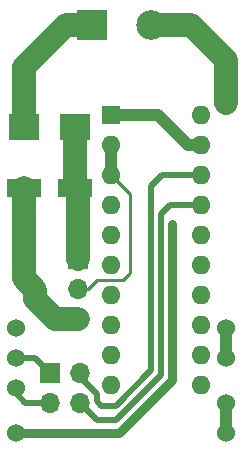
<source format=gtl>
G04 #@! TF.FileFunction,Copper,L1,Top,Signal*
%FSLAX46Y46*%
G04 Gerber Fmt 4.6, Leading zero omitted, Abs format (unit mm)*
G04 Created by KiCad (PCBNEW 4.0.6+dfsg1-1) date Thu Mar 15 12:52:20 2018*
%MOMM*%
%LPD*%
G01*
G04 APERTURE LIST*
%ADD10C,0.100000*%
%ADD11R,2.500000X2.300000*%
%ADD12R,1.700000X1.700000*%
%ADD13O,1.700000X1.700000*%
%ADD14R,2.500000X2.500000*%
%ADD15C,2.500000*%
%ADD16C,1.524000*%
%ADD17C,0.100000*%
%ADD18R,1.600000X1.600000*%
%ADD19O,1.600000X1.600000*%
%ADD20R,3.000000X1.600000*%
%ADD21C,0.600000*%
%ADD22C,2.000000*%
%ADD23C,0.500000*%
%ADD24C,0.250000*%
%ADD25C,1.000000*%
%ADD26C,0.750000*%
G04 APERTURE END LIST*
D10*
D11*
X154750000Y-77800000D03*
X150450000Y-77800000D03*
D12*
X152600000Y-98600000D03*
D13*
X155140000Y-98600000D03*
X152600000Y-101140000D03*
X155140000Y-101140000D03*
D14*
X156200000Y-69200000D03*
D15*
X161200000Y-69200000D03*
D12*
X155000000Y-89000000D03*
D13*
X155000000Y-91540000D03*
X155000000Y-94080000D03*
D16*
X167551100Y-103733600D03*
X167551100Y-101193600D03*
X167551100Y-97383600D03*
X167551100Y-94843600D03*
X149771100Y-103733600D03*
X167551100Y-75793600D03*
X149771100Y-99923600D03*
X149771100Y-97383600D03*
X149771100Y-94843600D03*
D17*
X149771100Y-92303600D03*
D18*
X157800000Y-76800000D03*
D19*
X165420000Y-99660000D03*
X157800000Y-79340000D03*
X165420000Y-97120000D03*
X157800000Y-81880000D03*
X165420000Y-94580000D03*
X157800000Y-84420000D03*
X165420000Y-92040000D03*
X157800000Y-86960000D03*
X165420000Y-89500000D03*
X157800000Y-89500000D03*
X165420000Y-86960000D03*
X157800000Y-92040000D03*
X165420000Y-84420000D03*
X157800000Y-94580000D03*
X165420000Y-81880000D03*
X157800000Y-97120000D03*
X165420000Y-79340000D03*
X157800000Y-99660000D03*
X165420000Y-76800000D03*
D20*
X154800000Y-83000000D03*
X150400000Y-83000000D03*
D21*
X150400000Y-86800000D03*
X150400000Y-85400000D03*
X150400000Y-84200000D03*
X150400000Y-83000000D03*
X163000000Y-86000000D03*
D22*
X154800000Y-83000000D02*
X154800000Y-77850000D01*
X154800000Y-77850000D02*
X154750000Y-77800000D01*
X155000000Y-89000000D02*
X155000000Y-83200000D01*
X155000000Y-83200000D02*
X154800000Y-83000000D01*
X167551100Y-75793600D02*
X167551100Y-72151100D01*
X164600000Y-69200000D02*
X161200000Y-69200000D01*
X167551100Y-72151100D02*
X164600000Y-69200000D01*
X155000000Y-94080000D02*
X153080000Y-94080000D01*
X150400000Y-90600000D02*
X150400000Y-86800000D01*
X150400000Y-86800000D02*
X150400000Y-85400000D01*
X150400000Y-85400000D02*
X150400000Y-84200000D01*
X150400000Y-84200000D02*
X150400000Y-83000000D01*
X151400000Y-91600000D02*
X150400000Y-90600000D01*
X151400000Y-92400000D02*
X151400000Y-91600000D01*
X153080000Y-94080000D02*
X151400000Y-92400000D01*
X150450000Y-77800000D02*
X150450000Y-72750000D01*
X154000000Y-69200000D02*
X156200000Y-69200000D01*
X150450000Y-72750000D02*
X154000000Y-69200000D01*
D23*
X149771100Y-99923600D02*
X149771100Y-100371100D01*
X149771100Y-100371100D02*
X150540000Y-101140000D01*
X150540000Y-101140000D02*
X152600000Y-101140000D01*
X165420000Y-84420000D02*
X162780000Y-84420000D01*
X156600000Y-102600000D02*
X155140000Y-101140000D01*
X158200000Y-102600000D02*
X156600000Y-102600000D01*
X162000000Y-98800000D02*
X158200000Y-102600000D01*
X162000000Y-85200000D02*
X162000000Y-98800000D01*
X162780000Y-84420000D02*
X162000000Y-85200000D01*
X149771100Y-97383600D02*
X151383600Y-97383600D01*
X151383600Y-97383600D02*
X152600000Y-98600000D01*
X155140000Y-98600000D02*
X155140000Y-98940000D01*
X155140000Y-98940000D02*
X156600000Y-100400000D01*
X156600000Y-100400000D02*
X156600000Y-101000000D01*
X156600000Y-101000000D02*
X157000000Y-101400000D01*
X157000000Y-101400000D02*
X158200000Y-101400000D01*
X158200000Y-101400000D02*
X161200000Y-98400000D01*
X161200000Y-98400000D02*
X161200000Y-82800000D01*
X161200000Y-82800000D02*
X162120000Y-81880000D01*
X162120000Y-81880000D02*
X165420000Y-81880000D01*
D24*
X155000000Y-91540000D02*
X155860000Y-91540000D01*
X159400000Y-83480000D02*
X157800000Y-81880000D01*
X159400000Y-90200000D02*
X159400000Y-83480000D01*
X158800000Y-90800000D02*
X159400000Y-90200000D01*
X156600000Y-90800000D02*
X158800000Y-90800000D01*
X155860000Y-91540000D02*
X156600000Y-90800000D01*
D25*
X157800000Y-81880000D02*
X157800000Y-79340000D01*
X167551100Y-101193600D02*
X167551100Y-103733600D01*
X167551100Y-94843600D02*
X167551100Y-97383600D01*
D26*
X149771100Y-103733600D02*
X158466400Y-103733600D01*
X163000000Y-99200000D02*
X163000000Y-86000000D01*
X158466400Y-103733600D02*
X163000000Y-99200000D01*
D25*
X157800000Y-76800000D02*
X161800000Y-76800000D01*
X164340000Y-79340000D02*
X165420000Y-79340000D01*
X161800000Y-76800000D02*
X164340000Y-79340000D01*
M02*

</source>
